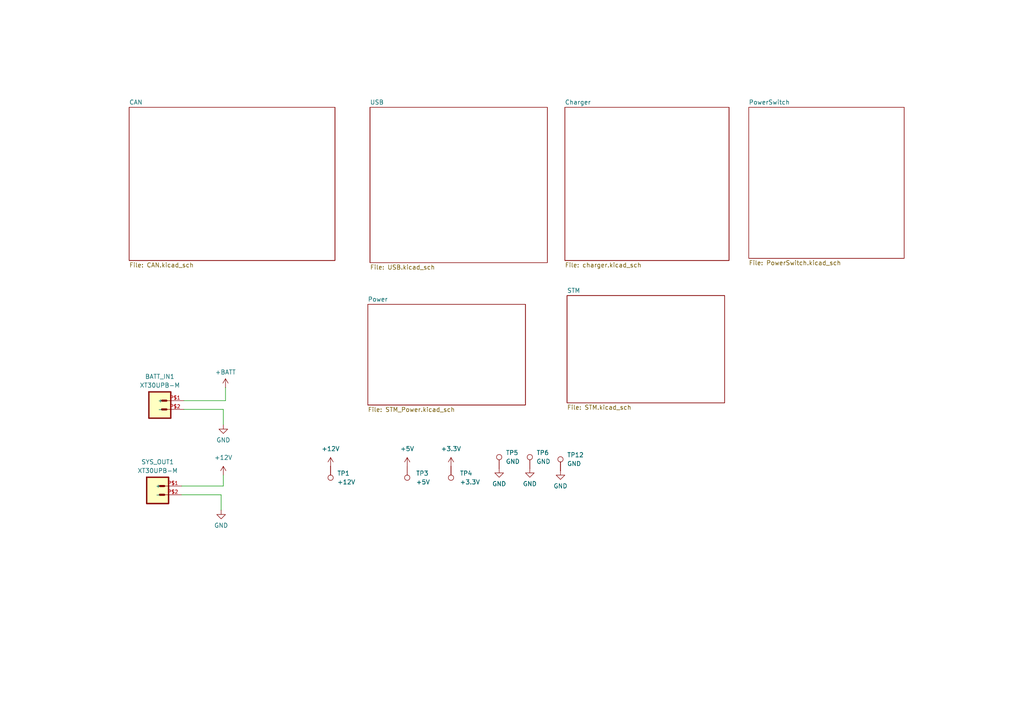
<source format=kicad_sch>
(kicad_sch (version 20231120) (generator "eeschema") (generator_version "8.0")
  (paper "A4")
  (lib_symbols
    (symbol "Connector:TestPoint" (pin_numbers hide) (pin_names (offset 0.762) hide)
      (property "Reference" "TP" (at 0 6.858 0))
      (property "Value" "TestPoint" (at 0 5.08 0))
      (symbol "TestPoint_0_1"
        (circle (center 0 3.302) (radius 0.762))
      )
      (symbol "TestPoint_1_1"
        (pin passive line (at 0 0 90) (length 2.54) (name "1") (number "1"))
      )
    )
    (symbol "XT30UPB-M:XT30UPB-M" (pin_names (offset 1.016))
      (property "Reference" "U" (at -2.54 5.588 0))
      (property "Value" "XT30UPB-M" (at -2.54 -4.826 0))
      (symbol "XT30UPB-M_0_0"
        (rectangle (start -2.54 -2.54) (end 3.81 5.08) (stroke (width 0.4064)) (fill (type background)))
        (polyline (pts (xy 1.27 0) (xy 2.54 0)) (stroke (width 0.6096)))
        (polyline (pts (xy 1.27 2.54) (xy 2.54 2.54)) (stroke (width 0.6096)))
        (pin passive line (at 7.62 2.54 180) (length 5.08) (name "+") (number "P$1"))
        (pin passive line (at 7.62 0 180) (length 5.08) (name "-") (number "P$2"))
      )
    )
    (symbol "power:+12V" (power) (pin_numbers hide) (pin_names (offset 0) hide)
      (property "Value" "+12V" (at 0 3.556 0))
      (symbol "+12V_0_1"
        (polyline (pts (xy -0.762 1.27) (xy 0 2.54)))
        (polyline (pts (xy 0 0) (xy 0 2.54)))
        (polyline (pts (xy 0 2.54) (xy 0.762 1.27)))
      )
      (symbol "+12V_1_1"
        (pin power_in line (at 0 0 90) (length 0) (name "~") (number "1"))
      )
    )
    (symbol "power:+3.3V" (power) (pin_names (offset 0))
      (property "Value" "+3.3V" (at 0 3.556 0))
      (symbol "+3.3V_0_1"
        (polyline (pts (xy -0.762 1.27) (xy 0 2.54)))
        (polyline (pts (xy 0 0) (xy 0 2.54)))
        (polyline (pts (xy 0 2.54) (xy 0.762 1.27)))
      )
      (symbol "+3.3V_1_1"
        (pin power_in line (at 0 0 90) (length 0) hide (name "+3.3V") (number "1"))
      )
    )
    (symbol "power:+BATT" (power) (pin_numbers hide) (pin_names (offset 0) hide)
      (property "Value" "+BATT" (at 0 3.556 0))
      (symbol "+BATT_0_1"
        (polyline (pts (xy -0.762 1.27) (xy 0 2.54)))
        (polyline (pts (xy 0 0) (xy 0 2.54)))
        (polyline (pts (xy 0 2.54) (xy 0.762 1.27)))
      )
      (symbol "+BATT_1_1"
        (pin power_in line (at 0 0 90) (length 0) (name "~") (number "1"))
      )
    )
    (symbol "power:GND" (power) (pin_numbers hide) (pin_names (offset 0) hide)
      (property "Value" "GND" (at 0 -3.81 0))
      (symbol "GND_0_1"
        (polyline (pts (xy 0 0) (xy 0 -1.27) (xy 1.27 -1.27) (xy 0 -2.54) (xy -1.27 -1.27) (xy 0 -1.27)))
      )
      (symbol "GND_1_1"
        (pin power_in line (at 0 0 270) (length 0) (name "~") (number "1"))
      )
    )
  )
  (wire (pts (xy 53.34 118.745) (xy 64.77 118.745)))
  (wire (pts (xy 53.34 116.205) (xy 65.405 116.205)))
  (wire (pts (xy 65.405 112.395) (xy 65.405 116.205)))
  (wire (pts (xy 52.705 140.97) (xy 64.77 140.97)))
  (wire (pts (xy 64.135 143.51) (xy 64.135 147.955)))
  (wire (pts (xy 64.77 140.97) (xy 64.77 137.795)))
  (wire (pts (xy 64.77 118.745) (xy 64.77 123.19)))
  (wire (pts (xy 52.705 143.51) (xy 64.135 143.51)))
  (symbol (lib_id "power:GND") (at 144.78 135.89 0) (unit 1)
    (property "Reference" "#PWR099" (effects (hide yes)))
    (property "Value" "GND" (at 144.78 140.335 0))
    (property "Description" "Power symbol creates a global label with name \"GND\" , ground" (effects (hide yes)))
  )
  (symbol (lib_id "XT30UPB-M:XT30UPB-M") (at 45.085 143.51 0) (unit 1)
    (property "Reference" "SYS_OUT1" (at 45.72 133.985 0))
    (property "Value" "XT30UPB-M" (at 45.72 136.525 0))
    (property "Footprint" "XT30UPB-M:XT30UPB-M" (effects (hide yes)))
    (property "MF" "amass" (effects (hide yes)))
    (property "Description_1" "\nSocket; DC supply; XT30; male; PIN: 2; on PCBs; THT; yellow; 15A; 500V\n" (effects (hide yes)))
    (property "Package" "None" (effects (hide yes)))
    (property "Price" "None" (effects (hide yes)))
    (property "SnapEDA_Link" "https://www.snapeda.com/parts/XT30UPB-M/AMASS/view-part/?ref=snap" (effects (hide yes)))
    (property "MP" "XT30UPB-M" (effects (hide yes)))
    (property "Availability" "Not in stock" (effects (hide yes)))
    (property "Check_prices" "https://www.snapeda.com/parts/XT30UPB-M/AMASS/view-part/?ref=eda" (effects (hide yes)))
  )
  (symbol (lib_id "Connector:TestPoint") (at 162.56 136.525 0) (unit 1)
    (property "Reference" "TP12" (at 164.465 131.9529 0) (effects (justify left)))
    (property "Value" "GND" (at 164.465 134.4929 0) (effects (justify left)))
    (property "Footprint" "TestPoint:TestPoint_Pad_1.0x1.0mm" (effects (hide yes)))
    (property "Description" "test point" (effects (hide yes)))
  )
  (symbol (lib_id "power:GND") (at 162.56 136.525 0) (unit 1)
    (property "Reference" "#PWR068" (effects (hide yes)))
    (property "Value" "GND" (at 162.56 140.97 0))
    (property "Description" "Power symbol creates a global label with name \"GND\" , ground" (effects (hide yes)))
  )
  (symbol (lib_id "Connector:TestPoint") (at 144.78 135.89 0) (unit 1)
    (property "Reference" "TP5" (at 146.685 131.3179 0) (effects (justify left)))
    (property "Value" "GND" (at 146.685 133.8579 0) (effects (justify left)))
    (property "Footprint" "TestPoint:TestPoint_Pad_1.0x1.0mm" (effects (hide yes)))
    (property "Description" "test point" (effects (hide yes)))
  )
  (symbol (lib_id "power:+BATT") (at 65.405 112.395 0) (unit 1)
    (property "Reference" "#PWR04" (effects (hide yes)))
    (property "Value" "+BATT" (at 65.405 107.95 0))
    (property "Description" "Power symbol creates a global label with name \"+BATT\"" (effects (hide yes)))
  )
  (symbol (lib_id "Connector:TestPoint") (at 130.81 135.255 180) (unit 1)
    (property "Reference" "TP4" (at 133.35 137.2869 0) (effects (justify right)))
    (property "Value" "+3.3V" (at 133.35 139.8269 0) (effects (justify right)))
    (property "Footprint" "TestPoint:TestPoint_Pad_1.0x1.0mm" (effects (hide yes)))
    (property "Description" "test point" (effects (hide yes)))
  )
  (symbol (lib_id "power:+3.3V") (at 130.81 135.255 0) (unit 1)
    (property "Reference" "#PWR098" (effects (hide yes)))
    (property "Value" "+3.3V" (at 130.81 130.175 0))
  )
  (symbol (lib_id "power:GND") (at 64.135 147.955 0) (unit 1)
    (property "Reference" "#PWR05" (effects (hide yes)))
    (property "Value" "GND" (at 64.135 152.4 0))
    (property "Description" "Power symbol creates a global label with name \"GND\" , ground" (effects (hide yes)))
  )
  (symbol (lib_id "Connector:TestPoint") (at 118.11 135.255 180) (unit 1)
    (property "Reference" "TP3" (at 120.65 137.2869 0) (effects (justify right)))
    (property "Value" "+5V" (at 120.65 139.8269 0) (effects (justify right)))
    (property "Footprint" "TestPoint:TestPoint_Pad_1.0x1.0mm" (effects (hide yes)))
    (property "Description" "test point" (effects (hide yes)))
  )
  (symbol (lib_id "power:+12V") (at 95.885 135.255 0) (unit 1)
    (property "Reference" "#PWR067" (effects (hide yes)))
    (property "Value" "+12V" (at 95.885 130.175 0))
    (property "Description" "Power symbol creates a global label with name \"+12V\"" (effects (hide yes)))
  )
  (symbol (lib_id "Connector:TestPoint") (at 95.885 135.255 180) (unit 1)
    (property "Reference" "TP1" (at 97.79 137.2869 0) (effects (justify right)))
    (property "Value" "+12V" (at 97.79 139.8269 0) (effects (justify right)))
    (property "Footprint" "TestPoint:TestPoint_Pad_1.0x1.0mm" (effects (hide yes)))
    (property "Description" "test point" (effects (hide yes)))
  )
  (symbol (lib_id "power:GND") (at 153.67 135.89 0) (unit 1)
    (property "Reference" "#PWR0100" (effects (hide yes)))
    (property "Value" "GND" (at 153.67 140.335 0))
    (property "Description" "Power symbol creates a global label with name \"GND\" , ground" (effects (hide yes)))
  )
  (symbol (lib_id "power:+3.3V") (at 118.11 135.255 0) (unit 1)
    (property "Reference" "#PWR075" (effects (hide yes)))
    (property "Value" "+5V" (at 118.11 130.175 0))
  )
  (symbol (lib_id "power:+12V") (at 64.77 137.795 0) (unit 1)
    (property "Reference" "#PWR06" (effects (hide yes)))
    (property "Value" "+12V" (at 64.77 132.715 0))
    (property "Description" "Power symbol creates a global label with name \"+12V\"" (effects (hide yes)))
  )
  (symbol (lib_id "power:GND") (at 64.77 123.19 0) (unit 1)
    (property "Reference" "#PWR03" (effects (hide yes)))
    (property "Value" "GND" (at 64.77 127.635 0))
    (property "Description" "Power symbol creates a global label with name \"GND\" , ground" (effects (hide yes)))
  )
  (symbol (lib_id "Connector:TestPoint") (at 153.67 135.89 0) (unit 1)
    (property "Reference" "TP6" (at 155.575 131.3179 0) (effects (justify left)))
    (property "Value" "GND" (at 155.575 133.8579 0) (effects (justify left)))
    (property "Footprint" "TestPoint:TestPoint_Pad_1.0x1.0mm" (effects (hide yes)))
    (property "Description" "test point" (effects (hide yes)))
  )
  (symbol (lib_id "XT30UPB-M:XT30UPB-M") (at 45.72 118.745 0) (unit 1)
    (property "Reference" "BATT_IN1" (at 46.355 109.22 0))
    (property "Value" "XT30UPB-M" (at 46.355 111.76 0))
    (property "Footprint" "XT30UPB-M:XT30UPB-M" (effects (hide yes)))
    (property "MF" "amass" (effects (hide yes)))
    (property "Description_1" "\nSocket; DC supply; XT30; male; PIN: 2; on PCBs; THT; yellow; 15A; 500V\n" (effects (hide yes)))
    (property "Package" "None" (effects (hide yes)))
    (property "Price" "None" (effects (hide yes)))
    (property "SnapEDA_Link" "https://www.snapeda.com/parts/XT30UPB-M/AMASS/view-part/?ref=snap" (effects (hide yes)))
    (property "MP" "XT30UPB-M" (effects (hide yes)))
    (property "Availability" "Not in stock" (effects (hide yes)))
    (property "Check_prices" "https://www.snapeda.com/parts/XT30UPB-M/AMASS/view-part/?ref=eda" (effects (hide yes)))
  )
  (sheet (at 217.17 31.115) (size 45.085 43.815) (stroke (width 0.1524))
    (property "Sheetname" "PowerSwitch" (at 217.17 30.4034 0) (effects (justify left bottom)))
    (property "Sheetfile" "PowerSwitch.kicad_sch" (at 217.17 75.5146 0) (effects (justify left top)))
  )
  (sheet (at 37.465 31.115) (size 59.69 44.45) (stroke (width 0.1524))
    (property "Sheetname" "CAN" (at 37.465 30.4034 0) (effects (justify left bottom)))
    (property "Sheetfile" "CAN.kicad_sch" (at 37.465 76.1496 0) (effects (justify left top)))
  )
  (sheet (at 107.315 31.115) (size 51.435 45.085) (stroke (width 0.1524))
    (property "Sheetname" "USB" (at 107.315 30.4034 0) (effects (justify left bottom)))
    (property "Sheetfile" "USB.kicad_sch" (at 107.315 76.7846 0) (effects (justify left top)))
  )
  (sheet (at 106.68 88.265) (size 45.72 29.21) (stroke (width 0.1524))
    (property "Sheetname" "Power" (at 106.68 87.5534 0) (effects (justify left bottom)))
    (property "Sheetfile" "STM_Power.kicad_sch" (at 106.68 118.0596 0) (effects (justify left top)))
  )
  (sheet (at 164.465 85.725) (size 45.72 31.115) (stroke (width 0.1524))
    (property "Sheetname" "STM" (at 164.465 85.0134 0) (effects (justify left bottom)))
    (property "Sheetfile" "STM.kicad_sch" (at 164.465 117.4246 0) (effects (justify left top)))
  )
  (sheet (at 163.83 31.115) (size 47.625 44.45) (stroke (width 0.1524))
    (property "Sheetname" "Charger" (at 163.83 30.4034 0) (effects (justify left bottom)))
    (property "Sheetfile" "charger.kicad_sch" (at 163.83 76.1496 0) (effects (justify left top)))
  )
)
</source>
